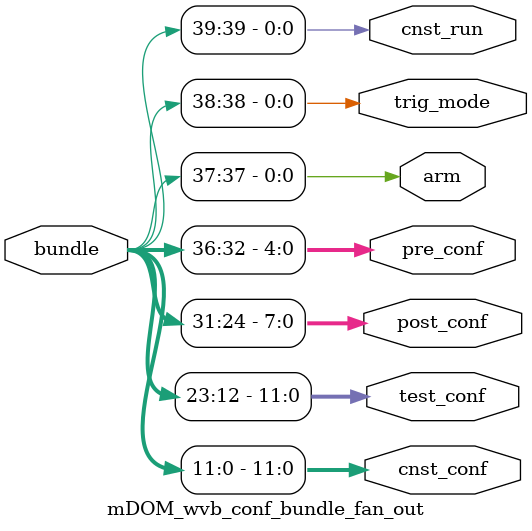
<source format=v>
module mDOM_wvb_conf_bundle_fan_out
  (
   bundle,
   cnst_conf,
   test_conf,
   post_conf,
   pre_conf,
   arm,
   trig_mode,
   cnst_run
  );

`include "mDOM_wvb_conf_bundle_inc.v"

   input [39:0] bundle;
   output [11:0] cnst_conf;
   output [11:0] test_conf;
   output [7:0] post_conf;
   output [4:0] pre_conf;
   output [0:0] arm;
   output [0:0] trig_mode;
   output [0:0] cnst_run;

assign cnst_conf = bundle[11:0];
assign test_conf = bundle[23:12];
assign post_conf = bundle[31:24];
assign pre_conf = bundle[36:32];
assign arm = bundle[37:37];
assign trig_mode = bundle[38:38];
assign cnst_run = bundle[39:39];

endmodule

</source>
